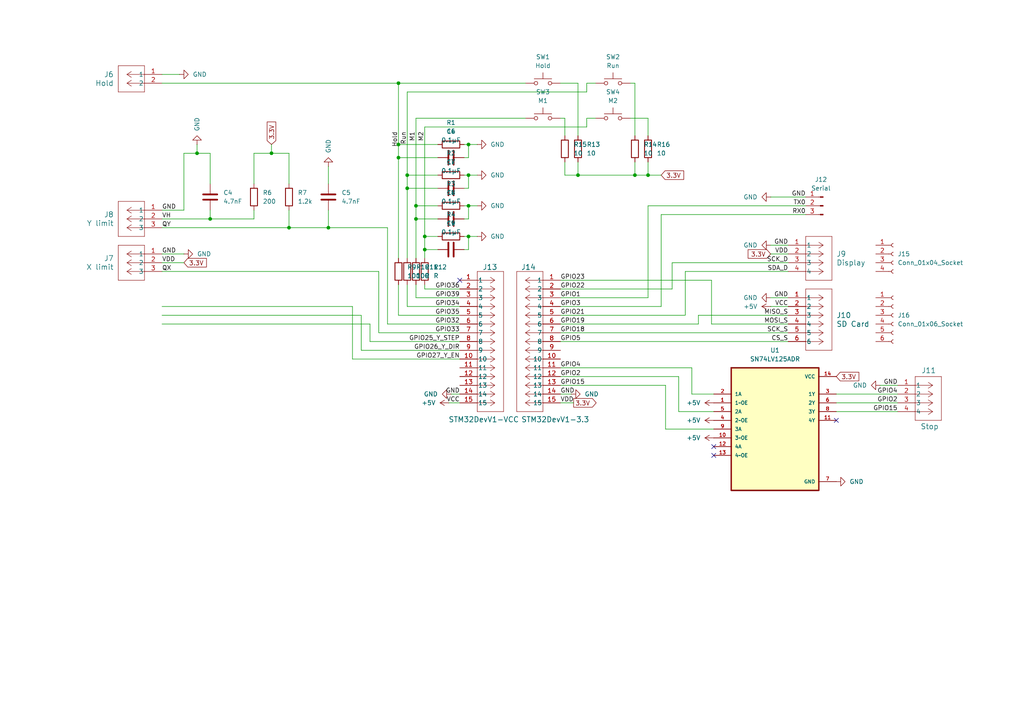
<source format=kicad_sch>
(kicad_sch (version 20250114) (generator "eeschema") (generator_version "9.0")
  (paper "A4")
  (lib_symbols
    (symbol "Connector:Conn_01x03_Pin" (pin_names (offset 1.016) (hide yes))
      (property "Reference" "J" (at 0 5.08 0))
      (property "Value" "Conn_01x03_Pin" (at 0 -5.08 0))
      (symbol "Conn_01x03_Pin_1_1"
        (pin passive line (at 5.08 2.54 180) (length 3.81) (name "Pin_1") (number "1"))
        (pin passive line (at 5.08 0 180) (length 3.81) (name "Pin_2") (number "2"))
        (pin passive line (at 5.08 -2.54 180) (length 3.81) (name "Pin_3") (number "3"))
      )
    )
    (symbol "Connector:Conn_01x04_Socket" (pin_names (offset 1.016) (hide yes))
      (property "Reference" "J" (at 0 5.08 0))
      (property "Value" "Conn_01x04_Socket" (at 0 -7.62 0))
      (symbol "Conn_01x04_Socket_1_1"
        (pin passive line (at -5.08 2.54 0) (length 3.81) (name "Pin_1") (number "1"))
        (pin passive line (at -5.08 0 0) (length 3.81) (name "Pin_2") (number "2"))
        (pin passive line (at -5.08 -2.54 0) (length 3.81) (name "Pin_3") (number "3"))
        (pin passive line (at -5.08 -5.08 0) (length 3.81) (name "Pin_4") (number "4"))
      )
    )
    (symbol "Connector:Conn_01x06_Socket" (pin_names (offset 1.016) (hide yes))
      (property "Reference" "J" (at 0 7.62 0))
      (property "Value" "Conn_01x06_Socket" (at 0 -10.16 0))
      (symbol "Conn_01x06_Socket_1_1"
        (pin passive line (at -5.08 5.08 0) (length 3.81) (name "Pin_1") (number "1"))
        (pin passive line (at -5.08 2.54 0) (length 3.81) (name "Pin_2") (number "2"))
        (pin passive line (at -5.08 0 0) (length 3.81) (name "Pin_3") (number "3"))
        (pin passive line (at -5.08 -2.54 0) (length 3.81) (name "Pin_4") (number "4"))
        (pin passive line (at -5.08 -5.08 0) (length 3.81) (name "Pin_5") (number "5"))
        (pin passive line (at -5.08 -7.62 0) (length 3.81) (name "Pin_6") (number "6"))
      )
    )
    (symbol "Device:C" (pin_numbers (hide yes)) (pin_names (offset 0.254))
      (property "Reference" "C" (at 0.635 2.54 0))
      (property "Value" "C" (at 0.635 -2.54 0))
      (symbol "C_1_1"
        (pin passive line (at 0 3.81 270) (length 2.794) (name "~") (number "1"))
        (pin passive line (at 0 -3.81 90) (length 2.794) (name "~") (number "2"))
      )
    )
    (symbol "Device:R" (pin_numbers (hide yes)) (pin_names (offset 0))
      (property "Reference" "R" (at 2.032 0 90))
      (property "Value" "R" (at 0 0 90))
      (symbol "R_1_1"
        (pin passive line (at 0 3.81 270) (length 1.27) (name "~") (number "1"))
        (pin passive line (at 0 -3.81 90) (length 1.27) (name "~") (number "2"))
      )
    )
    (symbol "HDR-15POS:PPPC151LFBN-RC" (pin_names (offset 0.254))
      (property "Reference" "J" (at 8.89 6.35 0))
      (property "Value" "PPPC151LFBN-RC" (at 0 0 0))
      (symbol "PPPC151LFBN-RC_1_1"
        (pin unspecified line (at 0 0 0) (length 5.08) (name "1") (number "1"))
        (pin unspecified line (at 0 -2.54 0) (length 5.08) (name "2") (number "2"))
        (pin unspecified line (at 0 -5.08 0) (length 5.08) (name "3") (number "3"))
        (pin unspecified line (at 0 -7.62 0) (length 5.08) (name "4") (number "4"))
        (pin unspecified line (at 0 -10.16 0) (length 5.08) (name "5") (number "5"))
        (pin unspecified line (at 0 -12.7 0) (length 5.08) (name "6") (number "6"))
        (pin unspecified line (at 0 -15.24 0) (length 5.08) (name "7") (number "7"))
        (pin unspecified line (at 0 -17.78 0) (length 5.08) (name "8") (number "8"))
        (pin unspecified line (at 0 -20.32 0) (length 5.08) (name "9") (number "9"))
        (pin unspecified line (at 0 -22.86 0) (length 5.08) (name "10") (number "10"))
        (pin unspecified line (at 0 -25.4 0) (length 5.08) (name "11") (number "11"))
        (pin unspecified line (at 0 -27.94 0) (length 5.08) (name "12") (number "12"))
        (pin unspecified line (at 0 -30.48 0) (length 5.08) (name "13") (number "13"))
        (pin unspecified line (at 0 -33.02 0) (length 5.08) (name "14") (number "14"))
        (pin unspecified line (at 0 -35.56 0) (length 5.08) (name "15") (number "15"))
      )
      (symbol "PPPC151LFBN-RC_1_2"
        (pin unspecified line (at 0 0 0) (length 5.08) (name "1") (number "1"))
        (pin unspecified line (at 0 -2.54 0) (length 5.08) (name "2") (number "2"))
        (pin unspecified line (at 0 -5.08 0) (length 5.08) (name "3") (number "3"))
        (pin unspecified line (at 0 -7.62 0) (length 5.08) (name "4") (number "4"))
        (pin unspecified line (at 0 -10.16 0) (length 5.08) (name "5") (number "5"))
        (pin unspecified line (at 0 -12.7 0) (length 5.08) (name "6") (number "6"))
        (pin unspecified line (at 0 -15.24 0) (length 5.08) (name "7") (number "7"))
        (pin unspecified line (at 0 -17.78 0) (length 5.08) (name "8") (number "8"))
        (pin unspecified line (at 0 -20.32 0) (length 5.08) (name "9") (number "9"))
        (pin unspecified line (at 0 -22.86 0) (length 5.08) (name "10") (number "10"))
        (pin unspecified line (at 0 -25.4 0) (length 5.08) (name "11") (number "11"))
        (pin unspecified line (at 0 -27.94 0) (length 5.08) (name "12") (number "12"))
        (pin unspecified line (at 0 -30.48 0) (length 5.08) (name "13") (number "13"))
        (pin unspecified line (at 0 -33.02 0) (length 5.08) (name "14") (number "14"))
        (pin unspecified line (at 0 -35.56 0) (length 5.08) (name "15") (number "15"))
      )
    )
    (symbol "JST-XH-2A:B2B-XH-A" (pin_names (offset 0.254))
      (property "Reference" "J" (at 8.89 6.35 0))
      (property "Value" "B2B-XH-A" (at 0 0 0))
      (symbol "B2B-XH-A_1_1"
        (pin unspecified line (at 0 0 0) (length 5.08) (name "1") (number "1"))
        (pin unspecified line (at 0 -2.54 0) (length 5.08) (name "2") (number "2"))
      )
      (symbol "B2B-XH-A_1_2"
        (pin unspecified line (at 0 0 0) (length 5.08) (name "1") (number "1"))
        (pin unspecified line (at 0 -2.54 0) (length 5.08) (name "2") (number "2"))
      )
    )
    (symbol "JST-XH-3A:B3B-XH-A" (pin_names (offset 0.254))
      (property "Reference" "J" (at 8.89 6.35 0))
      (property "Value" "B3B-XH-A" (at 0 0 0))
      (symbol "B3B-XH-A_1_1"
        (pin unspecified line (at 0 0 0) (length 5.08) (name "1") (number "1"))
        (pin unspecified line (at 0 -2.54 0) (length 5.08) (name "2") (number "2"))
        (pin unspecified line (at 0 -5.08 0) (length 5.08) (name "3") (number "3"))
      )
      (symbol "B3B-XH-A_1_2"
        (pin unspecified line (at 0 0 0) (length 5.08) (name "1") (number "1"))
        (pin unspecified line (at 0 -2.54 0) (length 5.08) (name "2") (number "2"))
        (pin unspecified line (at 0 -5.08 0) (length 5.08) (name "3") (number "3"))
      )
    )
    (symbol "JST-XH-4A:B4B-XH-A" (pin_names (offset 0.254))
      (property "Reference" "J" (at 8.89 6.35 0))
      (property "Value" "B4B-XH-A" (at 0 0 0))
      (symbol "B4B-XH-A_1_1"
        (pin unspecified line (at 0 0 0) (length 5.08) (name "1") (number "1"))
        (pin unspecified line (at 0 -2.54 0) (length 5.08) (name "2") (number "2"))
        (pin unspecified line (at 0 -5.08 0) (length 5.08) (name "3") (number "3"))
        (pin unspecified line (at 0 -7.62 0) (length 5.08) (name "4") (number "4"))
      )
      (symbol "B4B-XH-A_1_2"
        (pin unspecified line (at 0 0 0) (length 5.08) (name "1") (number "1"))
        (pin unspecified line (at 0 -2.54 0) (length 5.08) (name "2") (number "2"))
        (pin unspecified line (at 0 -5.08 0) (length 5.08) (name "3") (number "3"))
        (pin unspecified line (at 0 -7.62 0) (length 5.08) (name "4") (number "4"))
      )
    )
    (symbol "JST-XH-6A:B6B-XH-A" (pin_names (offset 0.254))
      (property "Reference" "J" (at 8.89 6.35 0))
      (property "Value" "B6B-XH-A" (at 0 0 0))
      (symbol "B6B-XH-A_1_1"
        (pin unspecified line (at 0 0 0) (length 5.08) (name "1") (number "1"))
        (pin unspecified line (at 0 -2.54 0) (length 5.08) (name "2") (number "2"))
        (pin unspecified line (at 0 -5.08 0) (length 5.08) (name "3") (number "3"))
        (pin unspecified line (at 0 -7.62 0) (length 5.08) (name "4") (number "4"))
        (pin unspecified line (at 0 -10.16 0) (length 5.08) (name "5") (number "5"))
        (pin unspecified line (at 0 -12.7 0) (length 5.08) (name "6") (number "6"))
      )
      (symbol "B6B-XH-A_1_2"
        (pin unspecified line (at 0 0 0) (length 5.08) (name "1") (number "1"))
        (pin unspecified line (at 0 -2.54 0) (length 5.08) (name "2") (number "2"))
        (pin unspecified line (at 0 -5.08 0) (length 5.08) (name "3") (number "3"))
        (pin unspecified line (at 0 -7.62 0) (length 5.08) (name "4") (number "4"))
        (pin unspecified line (at 0 -10.16 0) (length 5.08) (name "5") (number "5"))
        (pin unspecified line (at 0 -12.7 0) (length 5.08) (name "6") (number "6"))
      )
    )
    (symbol "SN74LV125:SN74LV125ADR" (pin_names (offset 1.016))
      (property "Reference" "U" (at -12.7 18.78 0))
      (property "Value" "SN74LV125ADR" (at -12.7 -21.78 0))
      (symbol "SN74LV125ADR_0_0"
        (pin input line (at -17.78 10.16 0) (length 5.08) (name "1A") (number "2"))
        (pin input line (at -17.78 7.62 0) (length 5.08) (name "1~OE") (number "1"))
        (pin input line (at -17.78 5.08 0) (length 5.08) (name "2A") (number "5"))
        (pin input line (at -17.78 2.54 0) (length 5.08) (name "2~OE") (number "4"))
        (pin input line (at -17.78 0 0) (length 5.08) (name "3A") (number "9"))
        (pin input line (at -17.78 -2.54 0) (length 5.08) (name "3~OE") (number "10"))
        (pin input line (at -17.78 -5.08 0) (length 5.08) (name "4A") (number "12"))
        (pin input line (at -17.78 -7.62 0) (length 5.08) (name "4~OE") (number "13"))
        (pin power_in line (at 17.78 15.24 180) (length 5.08) (name "VCC") (number "14"))
        (pin output line (at 17.78 10.16 180) (length 5.08) (name "1Y") (number "3"))
        (pin output line (at 17.78 7.62 180) (length 5.08) (name "2Y") (number "6"))
        (pin output line (at 17.78 5.08 180) (length 5.08) (name "3Y") (number "8"))
        (pin output line (at 17.78 2.54 180) (length 5.08) (name "4Y") (number "11"))
        (pin power_in line (at 17.78 -15.24 180) (length 5.08) (name "GND") (number "7"))
      )
    )
    (symbol "Switch:SW_Push" (pin_numbers (hide yes)) (pin_names (offset 1.016) (hide yes))
      (property "Reference" "SW" (at 1.27 2.54 0))
      (property "Value" "SW_Push" (at 0 -1.524 0))
      (symbol "SW_Push_0_1"
        (pin passive line (at -5.08 0 0) (length 2.54) (name "1") (number "1"))
        (pin passive line (at 5.08 0 180) (length 2.54) (name "2") (number "2"))
      )
    )
    (symbol "power:+5V" (power) (pin_numbers (hide yes)) (pin_names (offset 0) (hide yes))
      (property "Value" "+5V" (at 0 3.556 0))
      (symbol "+5V_1_1"
        (pin power_in line (at 0 0 90) (length 0) (name "~") (number "1"))
      )
    )
    (symbol "power:GND" (power) (pin_numbers (hide yes)) (pin_names (offset 0) (hide yes))
      (property "Value" "GND" (at 0 -3.81 0))
      (symbol "GND_1_1"
        (pin power_in line (at 0 0 270) (length 0) (name "~") (number "1"))
      )
    )
  )
  (junction (at 60.96 63.5))
  (junction (at 115.57 45.72))
  (junction (at 120.65 59.69))
  (junction (at 118.11 54.61))
  (junction (at 78.74 44.45))
  (junction (at 115.57 24.13))
  (junction (at 135.89 50.8))
  (junction (at 184.15 50.8))
  (junction (at 57.15 44.45))
  (junction (at 123.19 68.58))
  (junction (at 120.65 63.5))
  (junction (at 83.82 66.04))
  (junction (at 95.25 66.04))
  (junction (at 123.19 72.39))
  (junction (at 135.89 68.58))
  (junction (at 135.89 59.69))
  (junction (at 187.96 50.8))
  (junction (at 135.89 41.91))
  (junction (at 115.57 41.91))
  (junction (at 167.64 50.8))
  (junction (at 118.11 50.8))
  (no_connect (at 207.01 129.54))
  (no_connect (at 242.57 121.92))
  (no_connect (at 207.01 132.08))
  (no_connect (at 133.35 81.28))
  (wire (pts (xy 202.565 91.44) (xy 228.6 91.44)))
  (wire (pts (xy 187.96 50.8) (xy 191.77 50.8)))
  (wire (pts (xy 182.88 24.13) (xy 184.15 24.13)))
  (wire (pts (xy 162.56 86.36) (xy 187.96 86.36)))
  (wire (pts (xy 120.65 63.5) (xy 120.65 74.93)))
  (wire (pts (xy 102.235 104.14) (xy 102.235 88.9)))
  (wire (pts (xy 95.25 48.26) (xy 95.25 53.34)))
  (wire (pts (xy 206.375 81.28) (xy 206.375 93.98)))
  (wire (pts (xy 46.99 63.5) (xy 60.96 63.5)))
  (wire (pts (xy 83.82 60.96) (xy 83.82 66.04)))
  (wire (pts (xy 112.395 66.04) (xy 95.25 66.04)))
  (wire (pts (xy 193.04 124.46) (xy 207.01 124.46)))
  (wire (pts (xy 163.83 34.29) (xy 163.83 39.37)))
  (wire (pts (xy 73.66 44.45) (xy 78.74 44.45)))
  (wire (pts (xy 104.775 101.6) (xy 104.775 91.44)))
  (wire (pts (xy 123.19 68.58) (xy 127 68.58)))
  (wire (pts (xy 107.315 93.98) (xy 46.99 93.98)))
  (wire (pts (xy 242.57 114.3) (xy 260.35 114.3)))
  (wire (pts (xy 133.35 86.36) (xy 120.65 86.36)))
  (wire (pts (xy 184.15 50.8) (xy 187.96 50.8)))
  (wire (pts (xy 134.62 41.91) (xy 135.89 41.91)))
  (wire (pts (xy 115.57 24.13) (xy 115.57 41.91)))
  (wire (pts (xy 162.56 99.06) (xy 228.6 99.06)))
  (wire (pts (xy 162.56 88.9) (xy 191.77 88.9)))
  (wire (pts (xy 104.775 91.44) (xy 46.99 91.44)))
  (wire (pts (xy 57.15 44.45) (xy 60.96 44.45)))
  (wire (pts (xy 60.96 44.45) (xy 60.96 53.34)))
  (wire (pts (xy 167.64 50.8) (xy 184.15 50.8)))
  (wire (pts (xy 133.35 93.98) (xy 112.395 93.98)))
  (wire (pts (xy 242.57 116.84) (xy 260.35 116.84)))
  (wire (pts (xy 115.57 41.91) (xy 127 41.91)))
  (wire (pts (xy 162.56 111.76) (xy 193.04 111.76)))
  (wire (pts (xy 120.65 82.55) (xy 120.65 86.36)))
  (wire (pts (xy 133.35 88.9) (xy 118.11 88.9)))
  (wire (pts (xy 223.52 86.36) (xy 228.6 86.36)))
  (wire (pts (xy 112.395 93.98) (xy 112.395 66.04)))
  (wire (pts (xy 133.35 96.52) (xy 109.855 96.52)))
  (wire (pts (xy 134.62 45.72) (xy 135.89 45.72)))
  (wire (pts (xy 200.66 114.3) (xy 207.01 114.3)))
  (wire (pts (xy 170.18 34.29) (xy 170.18 36.83)))
  (wire (pts (xy 109.855 78.74) (xy 46.99 78.74)))
  (wire (pts (xy 118.11 54.61) (xy 127 54.61)))
  (wire (pts (xy 167.64 24.13) (xy 167.64 39.37)))
  (wire (pts (xy 109.855 96.52) (xy 109.855 78.74)))
  (wire (pts (xy 202.565 93.98) (xy 202.565 91.44)))
  (wire (pts (xy 223.52 88.9) (xy 228.6 88.9)))
  (wire (pts (xy 133.35 91.44) (xy 115.57 91.44)))
  (wire (pts (xy 198.755 91.44) (xy 198.755 78.74)))
  (wire (pts (xy 73.66 60.96) (xy 73.66 63.5)))
  (wire (pts (xy 123.19 82.55) (xy 123.19 83.82)))
  (wire (pts (xy 95.25 66.04) (xy 83.82 66.04)))
  (wire (pts (xy 115.57 45.72) (xy 115.57 74.93)))
  (wire (pts (xy 196.85 109.22) (xy 196.85 119.38)))
  (wire (pts (xy 223.52 73.66) (xy 228.6 73.66)))
  (wire (pts (xy 123.19 68.58) (xy 123.19 72.39)))
  (wire (pts (xy 83.82 44.45) (xy 78.74 44.45)))
  (wire (pts (xy 135.89 68.58) (xy 138.43 68.58)))
  (wire (pts (xy 118.11 82.55) (xy 118.11 88.9)))
  (wire (pts (xy 193.04 111.76) (xy 193.04 124.46)))
  (wire (pts (xy 162.56 109.22) (xy 196.85 109.22)))
  (wire (pts (xy 135.89 54.61) (xy 135.89 50.8)))
  (wire (pts (xy 135.89 50.8) (xy 138.43 50.8)))
  (wire (pts (xy 107.315 99.06) (xy 107.315 93.98)))
  (wire (pts (xy 182.88 34.29) (xy 187.96 34.29)))
  (wire (pts (xy 120.65 59.69) (xy 127 59.69)))
  (wire (pts (xy 134.62 63.5) (xy 135.89 63.5)))
  (wire (pts (xy 83.82 66.04) (xy 46.99 66.04)))
  (wire (pts (xy 118.11 54.61) (xy 118.11 74.93)))
  (wire (pts (xy 135.89 63.5) (xy 135.89 59.69)))
  (wire (pts (xy 135.89 72.39) (xy 135.89 68.58)))
  (wire (pts (xy 133.35 101.6) (xy 104.775 101.6)))
  (wire (pts (xy 78.74 44.45) (xy 78.74 41.91)))
  (wire (pts (xy 115.57 41.91) (xy 115.57 45.72)))
  (wire (pts (xy 120.65 34.29) (xy 120.65 59.69)))
  (wire (pts (xy 163.83 50.8) (xy 167.64 50.8)))
  (wire (pts (xy 152.4 34.29) (xy 120.65 34.29)))
  (wire (pts (xy 134.62 50.8) (xy 135.89 50.8)))
  (wire (pts (xy 135.89 59.69) (xy 138.43 59.69)))
  (wire (pts (xy 200.66 106.68) (xy 200.66 114.3)))
  (wire (pts (xy 123.19 72.39) (xy 127 72.39)))
  (wire (pts (xy 134.62 68.58) (xy 135.89 68.58)))
  (wire (pts (xy 198.755 78.74) (xy 228.6 78.74)))
  (wire (pts (xy 134.62 54.61) (xy 135.89 54.61)))
  (wire (pts (xy 123.19 72.39) (xy 123.19 74.93)))
  (wire (pts (xy 60.96 63.5) (xy 73.66 63.5)))
  (wire (pts (xy 135.89 45.72) (xy 135.89 41.91)))
  (wire (pts (xy 83.82 53.34) (xy 83.82 44.45)))
  (wire (pts (xy 152.4 24.13) (xy 115.57 24.13)))
  (wire (pts (xy 187.96 59.69) (xy 233.68 59.69)))
  (wire (pts (xy 162.56 83.82) (xy 194.945 83.82)))
  (wire (pts (xy 46.99 60.96) (xy 53.34 60.96)))
  (wire (pts (xy 73.66 53.34) (xy 73.66 44.45)))
  (wire (pts (xy 134.62 59.69) (xy 135.89 59.69)))
  (wire (pts (xy 53.34 44.45) (xy 53.34 60.96)))
  (wire (pts (xy 194.945 76.2) (xy 228.6 76.2)))
  (wire (pts (xy 191.77 88.9) (xy 191.77 62.23)))
  (wire (pts (xy 162.56 81.28) (xy 206.375 81.28)))
  (wire (pts (xy 187.96 46.99) (xy 187.96 50.8)))
  (wire (pts (xy 162.56 116.84) (xy 166.37 116.84)))
  (wire (pts (xy 191.77 62.23) (xy 233.68 62.23)))
  (wire (pts (xy 130.175 116.84) (xy 133.35 116.84)))
  (wire (pts (xy 133.35 104.14) (xy 102.235 104.14)))
  (wire (pts (xy 162.56 96.52) (xy 228.6 96.52)))
  (wire (pts (xy 120.65 63.5) (xy 127 63.5)))
  (wire (pts (xy 162.56 91.44) (xy 198.755 91.44)))
  (wire (pts (xy 242.57 119.38) (xy 260.35 119.38)))
  (wire (pts (xy 170.18 36.83) (xy 123.19 36.83)))
  (wire (pts (xy 223.52 57.15) (xy 233.68 57.15)))
  (wire (pts (xy 46.99 24.13) (xy 115.57 24.13)))
  (wire (pts (xy 170.18 26.67) (xy 118.11 26.67)))
  (wire (pts (xy 162.56 114.3) (xy 165.735 114.3)))
  (wire (pts (xy 187.96 34.29) (xy 187.96 39.37)))
  (wire (pts (xy 133.35 99.06) (xy 107.315 99.06)))
  (wire (pts (xy 57.15 41.91) (xy 57.15 44.45)))
  (wire (pts (xy 163.83 46.99) (xy 163.83 50.8)))
  (wire (pts (xy 184.15 46.99) (xy 184.15 50.8)))
  (wire (pts (xy 118.11 50.8) (xy 118.11 54.61)))
  (wire (pts (xy 162.56 34.29) (xy 163.83 34.29)))
  (wire (pts (xy 134.62 72.39) (xy 135.89 72.39)))
  (wire (pts (xy 167.64 46.99) (xy 167.64 50.8)))
  (wire (pts (xy 162.56 106.68) (xy 200.66 106.68)))
  (wire (pts (xy 120.65 59.69) (xy 120.65 63.5)))
  (wire (pts (xy 53.34 44.45) (xy 57.15 44.45)))
  (wire (pts (xy 162.56 24.13) (xy 167.64 24.13)))
  (wire (pts (xy 95.25 60.96) (xy 95.25 66.04)))
  (wire (pts (xy 118.11 26.67) (xy 118.11 50.8)))
  (wire (pts (xy 206.375 93.98) (xy 228.6 93.98)))
  (wire (pts (xy 115.57 82.55) (xy 115.57 91.44)))
  (wire (pts (xy 172.72 34.29) (xy 170.18 34.29)))
  (wire (pts (xy 170.18 24.13) (xy 170.18 26.67)))
  (wire (pts (xy 187.96 86.36) (xy 187.96 59.69)))
  (wire (pts (xy 223.52 71.12) (xy 228.6 71.12)))
  (wire (pts (xy 194.945 83.82) (xy 194.945 76.2)))
  (wire (pts (xy 135.89 41.91) (xy 138.43 41.91)))
  (wire (pts (xy 162.56 93.98) (xy 202.565 93.98)))
  (wire (pts (xy 123.19 83.82) (xy 133.35 83.82)))
  (wire (pts (xy 123.19 36.83) (xy 123.19 68.58)))
  (wire (pts (xy 46.99 73.66) (xy 53.34 73.66)))
  (wire (pts (xy 130.81 114.3) (xy 133.35 114.3)))
  (wire (pts (xy 184.15 24.13) (xy 184.15 39.37)))
  (wire (pts (xy 46.99 76.2) (xy 53.34 76.2)))
  (wire (pts (xy 46.99 21.59) (xy 52.07 21.59)))
  (wire (pts (xy 255.27 111.76) (xy 260.35 111.76)))
  (wire (pts (xy 118.11 50.8) (xy 127 50.8)))
  (wire (pts (xy 102.235 88.9) (xy 46.99 88.9)))
  (wire (pts (xy 115.57 45.72) (xy 127 45.72)))
  (wire (pts (xy 196.85 119.38) (xy 207.01 119.38)))
  (wire (pts (xy 60.96 60.96) (xy 60.96 63.5)))
  (wire (pts (xy 172.72 24.13) (xy 170.18 24.13)))
  (label "VCC" (at 133.35 116.84 180))
  (label "SDA_D" (at 228.6 78.74 180))
  (label "QY" (at 46.99 66.04 0))
  (label "GPIO22" (at 162.56 83.82 0))
  (label "GPIO18" (at 162.56 96.52 0))
  (label "VDD" (at 46.99 76.2 0))
  (label "SCK_S" (at 228.6 96.52 180))
  (label "GPIO4" (at 162.56 106.68 0))
  (label "GPIO2" (at 260.35 116.84 180))
  (label "GPIO34" (at 133.35 88.9 180))
  (label "GPIO5" (at 162.56 99.06 0))
  (label "M2" (at 123.19 38.1 270))
  (label "GPIO15" (at 162.56 111.76 0))
  (label "VH" (at 46.99 63.5 0))
  (label "GPIO32" (at 133.35 93.98 180))
  (label "M1" (at 120.65 38.1 270))
  (label "VCC" (at 228.6 88.9 180))
  (label "TX0" (at 233.68 59.69 180))
  (label "GPIO15" (at 260.35 119.38 180))
  (label "GPIO1" (at 162.56 86.36 0))
  (label "GPIO36" (at 133.35 83.82 180))
  (label "QX" (at 46.99 78.74 0))
  (label "VDD" (at 228.6 73.66 180))
  (label "VDD" (at 162.56 116.84 0))
  (label "GPIO21" (at 162.56 91.44 0))
  (label "Hold" (at 115.57 38.1 270))
  (label "GND" (at 46.99 60.96 0))
  (label "GPIO35" (at 133.35 91.44 180))
  (label "GPIO23" (at 162.56 81.28 0))
  (label "CS_S" (at 228.6 99.06 180))
  (label "GND" (at 233.68 57.15 180))
  (label "GPIO19" (at 162.56 93.98 0))
  (label "GND" (at 46.99 73.66 0))
  (label "GPIO39" (at 133.35 86.36 180))
  (label "GPIO27_Y_EN" (at 133.35 104.14 180))
  (label "GPIO33" (at 133.35 96.52 180))
  (label "RX0" (at 233.68 62.23 180))
  (label "GND" (at 260.35 111.76 180))
  (label "MISO_S" (at 228.6 91.44 180))
  (label "GPIO3" (at 162.56 88.9 0))
  (label "GND" (at 228.6 86.36 180))
  (label "GND" (at 133.35 114.3 180))
  (label "GPIO25_Y_STEP" (at 133.35 99.06 180))
  (label "SCK_D" (at 228.6 76.2 180))
  (label "MOSI_S" (at 228.6 93.98 180))
  (label "GND" (at 228.6 71.12 180))
  (label "GPIO2" (at 162.56 109.22 0))
  (label "GND" (at 162.56 114.3 0))
  (label "GPIO26_Y_DIR" (at 133.35 101.6 180))
  (label "Run" (at 118.11 38.1 270))
  (label "GPIO4" (at 260.35 114.3 180))
  (global_label "3.3V" (shape input) (at 223.52 73.66 180) (property "Intersheetrefs" "${INTERSHEET_REFS}" (effects (hide yes))))
  (global_label "3.3V" (shape input) (at 242.57 109.22 0) (property "Intersheetrefs" "${INTERSHEET_REFS}" (effects (hide yes))))
  (global_label "3.3V" (shape output) (at 166.37 116.84 0) (property "Intersheetrefs" "${INTERSHEET_REFS}" (effects (hide yes))))
  (global_label "3.3V" (shape input) (at 53.34 76.2 0) (property "Intersheetrefs" "${INTERSHEET_REFS}" (effects (hide yes))))
  (global_label "3.3V" (shape input) (at 78.74 41.91 90) (property "Intersheetrefs" "${INTERSHEET_REFS}" (effects (hide yes))))
  (global_label "3.3V" (shape input) (at 191.77 50.8 0) (property "Intersheetrefs" "${INTERSHEET_REFS}" (effects (hide yes))))
  (symbol (lib_id "power:+5V") (at 223.52 88.9 90) (unit 1)
    (property "Reference" "#PWR04" (effects (hide yes)))
    (property "Value" "+5V" (at 219.71 88.8999 90) (effects (justify left)))
    (property "Description" "Power symbol creates a global label with name \"+5V\"" (effects (hide yes)))
  )
  (symbol (lib_id "Device:R") (at 187.96 43.18 0) (unit 1)
    (property "Reference" "R16" (at 190.5 41.9099 0) (effects (justify left)))
    (property "Value" "10" (at 190.5 44.4499 0) (effects (justify left)))
    (property "Description" "Resistor" (effects (hide yes)))
  )
  (symbol (lib_id "Device:R") (at 83.82 57.15 180) (unit 1)
    (property "Reference" "R7" (at 86.36 55.8799 0) (effects (justify right)))
    (property "Value" "1.2k" (at 86.36 58.4199 0) (effects (justify right)))
    (property "Footprint" "Resistor_SMD:R_0805_2012Metric_Pad1.20x1.40mm_HandSolder" (effects (hide yes)))
    (property "Description" "Resistor" (effects (hide yes)))
  )
  (symbol (lib_id "Device:R") (at 130.81 50.8 270) (unit 1)
    (property "Reference" "R2" (at 130.81 44.45 90))
    (property "Value" "1k" (at 130.81 46.99 90))
    (property "Footprint" "Resistor_SMD:R_0805_2012Metric_Pad1.20x1.40mm_HandSolder" (effects (hide yes)))
    (property "Description" "Resistor" (effects (hide yes)))
  )
  (symbol (lib_id "power:+5V") (at 207.01 121.92 90) (unit 1)
    (property "Reference" "#PWR029" (effects (hide yes)))
    (property "Value" "+5V" (at 203.2 121.9199 90) (effects (justify left)))
    (property "Description" "Power symbol creates a global label with name \"+5V\"" (effects (hide yes)))
  )
  (symbol (lib_id "Device:R") (at 120.65 78.74 0) (unit 1)
    (property "Reference" "R11" (at 123.19 77.4699 0) (effects (justify left)))
    (property "Value" "R" (at 123.19 80.0099 0) (effects (justify left)))
    (property "Description" "Resistor" (effects (hide yes)))
  )
  (symbol (lib_id "Switch:SW_Push") (at 157.48 24.13 0) (unit 1)
    (property "Reference" "SW1" (at 157.48 16.51 0))
    (property "Value" "Hold" (at 157.48 19.05 0))
    (property "Description" "Push button switch, generic, two pins" (effects (hide yes)))
  )
  (symbol (lib_id "Connector:Conn_01x06_Socket") (at 259.08 91.44 0) (unit 1)
    (property "Reference" "J16" (at 260.35 91.4399 0) (effects (justify left)))
    (property "Value" "Conn_01x06_Socket" (at 260.35 93.9799 0) (effects (justify left)))
    (property "Description" "Generic connector, single row, 01x06, script generated" (effects (hide yes)))
  )
  (symbol (lib_id "Device:R") (at 118.11 78.74 0) (unit 1)
    (property "Reference" "R10" (at 120.65 77.4699 0) (effects (justify left)))
    (property "Value" "100" (at 120.65 80.0099 0) (effects (justify left)))
    (property "Description" "Resistor" (effects (hide yes)))
  )
  (symbol (lib_id "Switch:SW_Push") (at 157.48 34.29 0) (unit 1)
    (property "Reference" "SW3" (at 157.48 26.67 0))
    (property "Value" "M1" (at 157.48 29.21 0))
    (property "Description" "Push button switch, generic, two pins" (effects (hide yes)))
  )
  (symbol (lib_id "power:GND") (at 223.52 86.36 270) (mirror x) (unit 1)
    (property "Reference" "#PWR010" (effects (hide yes)))
    (property "Value" "GND" (at 219.71 86.3599 90) (effects (justify right)))
    (property "Description" "Power symbol creates a global label with name \"GND\" , ground" (effects (hide yes)))
  )
  (symbol (lib_id "power:GND") (at 242.57 139.7 90) (unit 1)
    (property "Reference" "#PWR031" (effects (hide yes)))
    (property "Value" "GND" (at 246.38 139.6999 90) (effects (justify right)))
    (property "Description" "Power symbol creates a global label with name \"GND\" , ground" (effects (hide yes)))
  )
  (symbol (lib_id "HDR-15POS:PPPC151LFBN-RC") (at 133.35 81.28 0) (unit 1)
    (property "Reference" "J13" (at 139.954 77.47 0) (effects (font (size 1.524 1.524)) (justify left)))
    (property "Value" "STM32DevV1-VCC" (at 130.048 121.666 0) (effects (font (size 1.524 1.524)) (justify left)))
    (property "Footprint" "CONN15_PPPC151LFBN-RC_SUL" (effects (hide yes)))
    (property "Datasheet" "PPPC151LFBN-RC" (effects (hide yes)))
  )
  (symbol (lib_id "Switch:SW_Push") (at 177.8 24.13 0) (unit 1)
    (property "Reference" "SW2" (at 177.8 16.51 0))
    (property "Value" "Run" (at 177.8 19.05 0))
    (property "Description" "Push button switch, generic, two pins" (effects (hide yes)))
  )
  (symbol (lib_id "power:GND") (at 138.43 50.8 90) (unit 1)
    (property "Reference" "#PWR023" (effects (hide yes)))
    (property "Value" "GND" (at 142.24 50.7999 90) (effects (justify right)))
    (property "Description" "Power symbol creates a global label with name \"GND\" , ground" (effects (hide yes)))
  )
  (symbol (lib_id "Device:R") (at 184.15 43.18 0) (unit 1)
    (property "Reference" "R14" (at 186.69 41.9099 0) (effects (justify left)))
    (property "Value" "10" (at 186.69 44.4499 0) (effects (justify left)))
    (property "Description" "Resistor" (effects (hide yes)))
  )
  (symbol (lib_id "Device:R") (at 130.81 59.69 270) (unit 1)
    (property "Reference" "R3" (at 130.81 53.34 90))
    (property "Value" "1k" (at 130.81 55.88 90))
    (property "Footprint" "Resistor_SMD:R_0805_2012Metric_Pad1.20x1.40mm_HandSolder" (effects (hide yes)))
    (property "Description" "Resistor" (effects (hide yes)))
  )
  (symbol (lib_id "JST-XH-6A:B6B-XH-A") (at 228.6 86.36 0) (unit 1)
    (property "Reference" "J10" (at 242.57 91.4399 0) (effects (font (size 1.524 1.524)) (justify left)))
    (property "Value" "SD Card" (at 242.57 93.9799 0) (effects (font (size 1.524 1.524)) (justify left)))
    (property "Footprint" "CONN_B6B-XH-A_JST" (effects (hide yes)))
    (property "Datasheet" "B6B-XH-A" (effects (hide yes)))
  )
  (symbol (lib_id "Device:R") (at 130.81 68.58 270) (unit 1)
    (property "Reference" "R4" (at 130.81 62.23 90))
    (property "Value" "1k" (at 130.81 64.77 90))
    (property "Footprint" "Resistor_SMD:R_0805_2012Metric_Pad1.20x1.40mm_HandSolder" (effects (hide yes)))
    (property "Description" "Resistor" (effects (hide yes)))
  )
  (symbol (lib_id "JST-XH-3A:B3B-XH-A") (at 46.99 60.96 0) (mirror y) (unit 1)
    (property "Reference" "J8" (at 33.02 62.2299 0) (effects (font (size 1.524 1.524)) (justify left)))
    (property "Value" "Y limit" (at 33.02 64.7699 0) (effects (font (size 1.524 1.524)) (justify left)))
    (property "Footprint" "CONN_B3B-XH-A_JST" (effects (hide yes)))
    (property "Datasheet" "B3B-XH-A" (effects (hide yes)))
  )
  (symbol (lib_id "power:GND") (at 223.52 71.12 270) (mirror x) (unit 1)
    (property "Reference" "#PWR09" (effects (hide yes)))
    (property "Value" "GND" (at 219.71 71.1199 90) (effects (justify right)))
    (property "Description" "Power symbol creates a global label with name \"GND\" , ground" (effects (hide yes)))
  )
  (symbol (lib_id "JST-XH-4A:B4B-XH-A") (at 228.6 71.12 0) (unit 1)
    (property "Reference" "J9" (at 242.57 73.6599 0) (effects (font (size 1.524 1.524)) (justify left)))
    (property "Value" "Display" (at 242.57 76.1999 0) (effects (font (size 1.524 1.524)) (justify left)))
    (property "Footprint" "CONN_B4B-XH-A_JST" (effects (hide yes)))
    (property "Datasheet" "B4B-XH-A" (effects (hide yes)))
  )
  (symbol (lib_id "power:GND") (at 138.43 68.58 90) (unit 1)
    (property "Reference" "#PWR08" (effects (hide yes)))
    (property "Value" "GND" (at 142.24 68.5799 90) (effects (justify right)))
    (property "Description" "Power symbol creates a global label with name \"GND\" , ground" (effects (hide yes)))
  )
  (symbol (lib_id "Device:R") (at 73.66 57.15 180) (unit 1)
    (property "Reference" "R6" (at 76.2 55.8799 0) (effects (justify right)))
    (property "Value" "200" (at 76.2 58.4199 0) (effects (justify right)))
    (property "Footprint" "Resistor_SMD:R_0805_2012Metric_Pad1.20x1.40mm_HandSolder" (effects (hide yes)))
    (property "Description" "Resistor" (effects (hide yes)))
  )
  (symbol (lib_id "power:+5V") (at 130.175 116.84 90) (unit 1)
    (property "Reference" "#PWR01" (effects (hide yes)))
    (property "Value" "+5V" (at 126.365 116.8399 90) (effects (justify left)))
    (property "Description" "Power symbol creates a global label with name \"+5V\"" (effects (hide yes)))
  )
  (symbol (lib_id "JST-XH-2A:B2B-XH-A") (at 46.99 21.59 0) (mirror y) (unit 1)
    (property "Reference" "J6" (at 33.02 21.5899 0) (effects (font (size 1.524 1.524)) (justify left)))
    (property "Value" "Hold" (at 33.02 24.1299 0) (effects (font (size 1.524 1.524)) (justify left)))
    (property "Footprint" "CONN_B2B-XH-A_JST" (effects (hide yes)))
    (property "Datasheet" "B2B-XH-A" (effects (hide yes)))
  )
  (symbol (lib_id "power:GND") (at 95.25 48.26 180) (unit 1)
    (property "Reference" "#PWR07" (effects (hide yes)))
    (property "Value" "GND" (at 95.2499 44.45 90) (effects (justify right)))
    (property "Description" "Power symbol creates a global label with name \"GND\" , ground" (effects (hide yes)))
  )
  (symbol (lib_id "power:GND") (at 223.52 57.15 270) (mirror x) (unit 1)
    (property "Reference" "#PWR018" (effects (hide yes)))
    (property "Value" "GND" (at 219.71 57.1499 90) (effects (justify right)))
    (property "Description" "Power symbol creates a global label with name \"GND\" , ground" (effects (hide yes)))
  )
  (symbol (lib_id "power:GND") (at 255.27 111.76 270) (mirror x) (unit 1)
    (property "Reference" "#PWR017" (effects (hide yes)))
    (property "Value" "GND" (at 251.46 111.7599 90) (effects (justify right)))
    (property "Description" "Power symbol creates a global label with name \"GND\" , ground" (effects (hide yes)))
  )
  (symbol (lib_id "Device:C") (at 130.81 63.5 90) (unit 1)
    (property "Reference" "C8" (at 130.81 55.88 90))
    (property "Value" "0.1μF" (at 130.81 58.42 90))
    (property "Description" "Unpolarized capacitor" (effects (hide yes)))
  )
  (symbol (lib_id "Device:R") (at 167.64 43.18 0) (unit 1)
    (property "Reference" "R13" (at 170.18 41.9099 0) (effects (justify left)))
    (property "Value" "10" (at 170.18 44.4499 0) (effects (justify left)))
    (property "Description" "Resistor" (effects (hide yes)))
  )
  (symbol (lib_id "Device:C") (at 130.81 54.61 90) (unit 1)
    (property "Reference" "C7" (at 130.81 46.99 90))
    (property "Value" "0.1μF" (at 130.81 49.53 90))
    (property "Description" "Unpolarized capacitor" (effects (hide yes)))
  )
  (symbol (lib_id "Connector:Conn_01x03_Pin") (at 238.76 59.69 0) (mirror y) (unit 1)
    (property "Reference" "J12" (at 238.125 52.07 0))
    (property "Value" "Serial" (at 238.125 54.61 0))
    (property "Footprint" "Connector_PinSocket_2.54mm:PinSocket_1x03_P2.54mm_Vertical" (effects (hide yes)))
    (property "Description" "Generic connector, single row, 01x03, script generated" (effects (hide yes)))
  )
  (symbol (lib_id "Device:R") (at 163.83 43.18 0) (unit 1)
    (property "Reference" "R15" (at 166.37 41.9099 0) (effects (justify left)))
    (property "Value" "10" (at 166.37 44.4499 0) (effects (justify left)))
    (property "Description" "Resistor" (effects (hide yes)))
  )
  (symbol (lib_id "Device:C") (at 130.81 72.39 90) (unit 1)
    (property "Reference" "C9" (at 130.81 64.77 90))
    (property "Value" "0.1μF" (at 130.81 67.31 90))
    (property "Description" "Unpolarized capacitor" (effects (hide yes)))
  )
  (symbol (lib_id "power:GND") (at 53.34 73.66 90) (unit 1)
    (property "Reference" "#PWR02" (effects (hide yes)))
    (property "Value" "GND" (at 57.15 73.6599 90) (effects (justify right)))
    (property "Description" "Power symbol creates a global label with name \"GND\" , ground" (effects (hide yes)))
  )
  (symbol (lib_id "power:GND") (at 57.15 41.91 180) (unit 1)
    (property "Reference" "#PWR025" (effects (hide yes)))
    (property "Value" "GND" (at 57.1499 38.1 90) (effects (justify right)))
    (property "Description" "Power symbol creates a global label with name \"GND\" , ground" (effects (hide yes)))
  )
  (symbol (lib_id "Device:R") (at 115.57 78.74 0) (unit 1)
    (property "Reference" "R9" (at 118.11 77.4699 0) (effects (justify left)))
    (property "Value" "100" (at 118.11 80.0099 0) (effects (justify left)))
    (property "Description" "Resistor" (effects (hide yes)))
  )
  (symbol (lib_id "Device:R") (at 123.19 78.74 0) (unit 1)
    (property "Reference" "R12" (at 125.73 77.4699 0) (effects (justify left)))
    (property "Value" "R" (at 125.73 80.0099 0) (effects (justify left)))
    (property "Description" "Resistor" (effects (hide yes)))
  )
  (symbol (lib_id "SN74LV125:SN74LV125ADR") (at 224.79 124.46 0) (unit 1)
    (property "Reference" "U1" (at 224.79 101.6 0))
    (property "Value" "SN74LV125ADR" (at 224.79 104.14 0))
    (property "Footprint" "SN74LV125ADR:SOIC127P600X175-14N" (effects (hide yes)))
  )
  (symbol (lib_id "power:+5V") (at 207.01 116.84 90) (unit 1)
    (property "Reference" "#PWR026" (effects (hide yes)))
    (property "Value" "+5V" (at 203.2 116.8399 90) (effects (justify left)))
    (property "Description" "Power symbol creates a global label with name \"+5V\"" (effects (hide yes)))
  )
  (symbol (lib_id "power:GND") (at 130.81 114.3 270) (mirror x) (unit 1)
    (property "Reference" "#PWR05" (effects (hide yes)))
    (property "Value" "GND" (at 127 114.2999 90) (effects (justify right)))
    (property "Description" "Power symbol creates a global label with name \"GND\" , ground" (effects (hide yes)))
  )
  (symbol (lib_id "JST-XH-4A:B4B-XH-A") (at 260.35 111.76 0) (unit 1)
    (property "Reference" "J11" (at 267.208 107.442 0) (effects (font (size 1.524 1.524)) (justify left)))
    (property "Value" "Stop" (at 266.954 123.698 0) (effects (font (size 1.524 1.524)) (justify left)))
    (property "Footprint" "CONN_B4B-XH-A_JST" (effects (hide yes)))
    (property "Datasheet" "B4B-XH-A" (effects (hide yes)))
  )
  (symbol (lib_id "power:GND") (at 138.43 41.91 90) (unit 1)
    (property "Reference" "#PWR024" (effects (hide yes)))
    (property "Value" "GND" (at 142.24 41.9099 90) (effects (justify right)))
    (property "Description" "Power symbol creates a global label with name \"GND\" , ground" (effects (hide yes)))
  )
  (symbol (lib_id "Device:C") (at 60.96 57.15 0) (unit 1)
    (property "Reference" "C4" (at 64.77 55.8799 0) (effects (justify left)))
    (property "Value" "4.7nF" (at 64.77 58.4199 0) (effects (justify left)))
    (property "Footprint" "Capacitor_SMD:C_0805_2012Metric_Pad1.18x1.45mm_HandSolder" (effects (hide yes)))
    (property "Description" "Unpolarized capacitor" (effects (hide yes)))
  )
  (symbol (lib_id "power:+5V") (at 207.01 127 90) (unit 1)
    (property "Reference" "#PWR030" (effects (hide yes)))
    (property "Value" "+5V" (at 203.2 126.9999 90) (effects (justify left)))
    (property "Description" "Power symbol creates a global label with name \"+5V\"" (effects (hide yes)))
  )
  (symbol (lib_id "power:GND") (at 165.735 114.3 90) (unit 1)
    (property "Reference" "#PWR011" (effects (hide yes)))
    (property "Value" "GND" (at 169.545 114.2999 90) (effects (justify right)))
    (property "Description" "Power symbol creates a global label with name \"GND\" , ground" (effects (hide yes)))
  )
  (symbol (lib_id "Device:C") (at 130.81 45.72 90) (unit 1)
    (property "Reference" "C6" (at 130.81 38.1 90))
    (property "Value" "0.1μF" (at 130.81 40.64 90))
    (property "Description" "Unpolarized capacitor" (effects (hide yes)))
  )
  (symbol (lib_id "Device:C") (at 95.25 57.15 0) (unit 1)
    (property "Reference" "C5" (at 99.06 55.8799 0) (effects (justify left)))
    (property "Value" "4.7nF" (at 99.06 58.4199 0) (effects (justify left)))
    (property "Footprint" "Capacitor_SMD:C_0805_2012Metric_Pad1.18x1.45mm_HandSolder" (effects (hide yes)))
    (property "Description" "Unpolarized capacitor" (effects (hide yes)))
  )
  (symbol (lib_id "JST-XH-3A:B3B-XH-A") (at 46.99 73.66 0) (mirror y) (unit 1)
    (property "Reference" "J7" (at 33.02 74.9299 0) (effects (font (size 1.524 1.524)) (justify left)))
    (property "Value" "X limit" (at 33.02 77.4699 0) (effects (font (size 1.524 1.524)) (justify left)))
    (property "Footprint" "CONN_B3B-XH-A_JST" (effects (hide yes)))
    (property "Datasheet" "B3B-XH-A" (effects (hide yes)))
  )
  (symbol (lib_id "Switch:SW_Push") (at 177.8 34.29 0) (unit 1)
    (property "Reference" "SW4" (at 177.8 26.67 0))
    (property "Value" "M2" (at 177.8 29.21 0))
    (property "Description" "Push button switch, generic, two pins" (effects (hide yes)))
  )
  (symbol (lib_id "HDR-15POS:PPPC151LFBN-RC") (at 162.56 81.28 0) (mirror y) (unit 1)
    (property "Reference" "J14" (at 155.448 77.47 0) (effects (font (size 1.524 1.524)) (justify left)))
    (property "Value" "STM32DevV1-3.3" (at 170.942 121.666 0) (effects (font (size 1.524 1.524)) (justify left)))
    (property "Footprint" "CONN15_PPPC151LFBN-RC_SUL" (effects (hide yes)))
    (property "Datasheet" "PPPC151LFBN-RC" (effects (hide yes)))
  )
  (symbol (lib_id "Device:R") (at 130.81 41.91 270) (unit 1)
    (property "Reference" "R1" (at 130.81 35.56 90))
    (property "Value" "1k" (at 130.81 38.1 90))
    (property "Footprint" "Resistor_SMD:R_0805_2012Metric_Pad1.20x1.40mm_HandSolder" (effects (hide yes)))
    (property "Description" "Resistor" (effects (hide yes)))
  )
  (symbol (lib_id "power:GND") (at 52.07 21.59 90) (unit 1)
    (property "Reference" "#PWR032" (effects (hide yes)))
    (property "Value" "GND" (at 55.88 21.5899 90) (effects (justify right)))
    (property "Description" "Power symbol creates a global label with name \"GND\" , ground" (effects (hide yes)))
  )
  (symbol (lib_id "power:GND") (at 138.43 59.69 90) (unit 1)
    (property "Reference" "#PWR022" (effects (hide yes)))
    (property "Value" "GND" (at 142.24 59.6899 90) (effects (justify right)))
    (property "Description" "Power symbol creates a global label with name \"GND\" , ground" (effects (hide yes)))
  )
  (symbol (lib_id "Connector:Conn_01x04_Socket") (at 259.08 73.66 0) (unit 1)
    (property "Reference" "J15" (at 260.35 73.6599 0) (effects (justify left)))
    (property "Value" "Conn_01x04_Socket" (at 260.35 76.1999 0) (effects (justify left)))
    (property "Description" "Generic connector, single row, 01x04, script generated" (effects (hide yes)))
  )
  (sheet (at 44.45 -60.96) (size 58.42 31.75) (stroke (width 0.1524))
    (property "Sheetname" "MCU" (at 44.45 -61.6716 0) (effects (justify left bottom)))
    (property "Sheetfile" "MCU.kicad_sch" (at 44.45 -28.6254 0) (effects (justify left top)))
  )
  (sheet (at 148.59 -60.96) (size 50.8 30.48) (stroke (width 0.1524))
    (property "Sheetname" "IO" (at 148.59 -61.6716 0) (effects (justify left bottom)))
    (property "Sheetfile" "IO.kicad_sch" (at 148.59 -29.8954 0) (effects (justify left top)))
  )
  (sheet (at -24.13 -59.69) (size 58.42 30.48) (stroke (width 0.1524))
    (property "Sheetname" "Power" (at -24.13 -60.4016 0) (effects (justify left bottom)))
    (property "Sheetfile" "power.kicad_sch" (at -24.13 -28.6254 0) (effects (justify left top)))
  )
)
</source>
